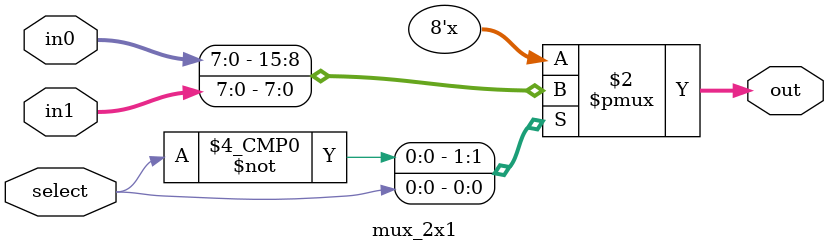
<source format=v>
`timescale 1ns / 1ps

module mux_2x1
#(
    parameter DATA_WIDTH = 8    // Width of each input
)
(
    input wire [DATA_WIDTH-1:0] in0,  // Input 0
    input wire [DATA_WIDTH-1:0] in1,  // Input 1
    input wire select,                // Selection line
    output reg [DATA_WIDTH-1:0] out   // Output
);

always @* begin
    case (select)
        1'b0: out = in0;  // Select input 0
        1'b1: out = in1;  // Select input 1
        default: out = {DATA_WIDTH{1'b0}}; // Default output to all zeros
    endcase
end

endmodule

</source>
